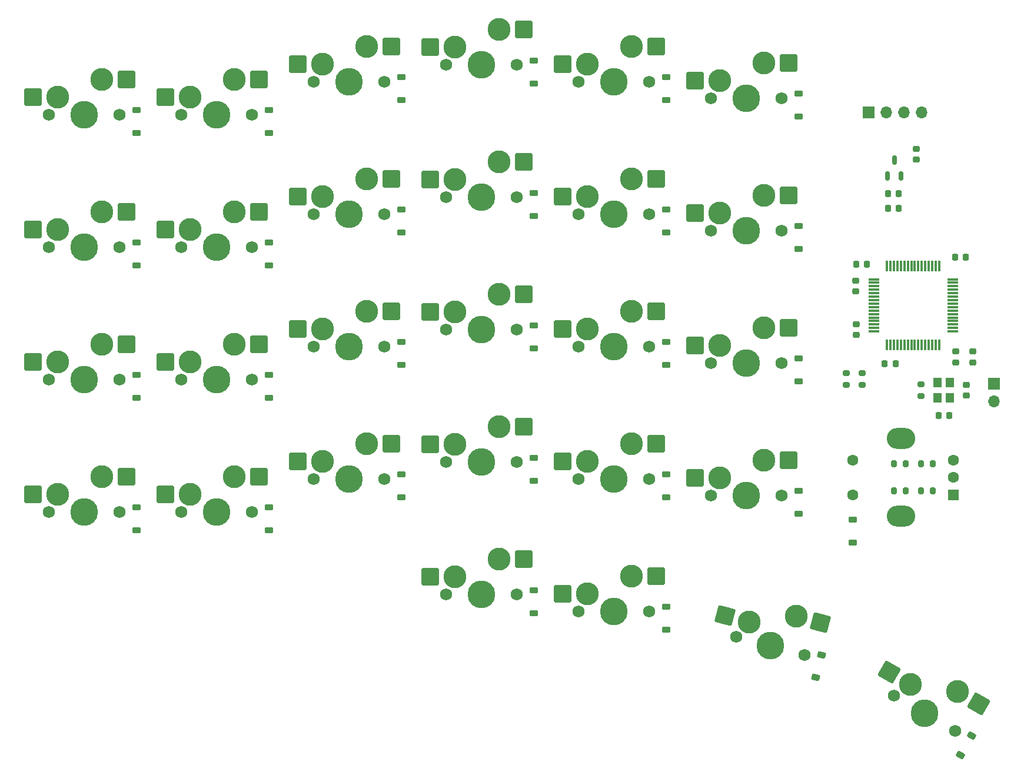
<source format=gbr>
%TF.GenerationSoftware,KiCad,Pcbnew,7.0.10*%
%TF.CreationDate,2024-04-22T22:33:16+02:00*%
%TF.ProjectId,pcb-left,7063622d-6c65-4667-942e-6b696361645f,rev?*%
%TF.SameCoordinates,Original*%
%TF.FileFunction,Soldermask,Bot*%
%TF.FilePolarity,Negative*%
%FSLAX46Y46*%
G04 Gerber Fmt 4.6, Leading zero omitted, Abs format (unit mm)*
G04 Created by KiCad (PCBNEW 7.0.10) date 2024-04-22 22:33:16*
%MOMM*%
%LPD*%
G01*
G04 APERTURE LIST*
G04 Aperture macros list*
%AMRoundRect*
0 Rectangle with rounded corners*
0 $1 Rounding radius*
0 $2 $3 $4 $5 $6 $7 $8 $9 X,Y pos of 4 corners*
0 Add a 4 corners polygon primitive as box body*
4,1,4,$2,$3,$4,$5,$6,$7,$8,$9,$2,$3,0*
0 Add four circle primitives for the rounded corners*
1,1,$1+$1,$2,$3*
1,1,$1+$1,$4,$5*
1,1,$1+$1,$6,$7*
1,1,$1+$1,$8,$9*
0 Add four rect primitives between the rounded corners*
20,1,$1+$1,$2,$3,$4,$5,0*
20,1,$1+$1,$4,$5,$6,$7,0*
20,1,$1+$1,$6,$7,$8,$9,0*
20,1,$1+$1,$8,$9,$2,$3,0*%
G04 Aperture macros list end*
%ADD10R,1.700000X1.700000*%
%ADD11O,1.700000X1.700000*%
%ADD12RoundRect,0.250000X0.550000X0.550000X-0.550000X0.550000X-0.550000X-0.550000X0.550000X-0.550000X0*%
%ADD13C,1.600000*%
%ADD14O,4.100000X3.000000*%
%ADD15RoundRect,0.225000X0.375000X-0.225000X0.375000X0.225000X-0.375000X0.225000X-0.375000X-0.225000X0*%
%ADD16C,1.750000*%
%ADD17C,3.987800*%
%ADD18C,3.300000*%
%ADD19RoundRect,0.250000X1.025000X1.000000X-1.025000X1.000000X-1.025000X-1.000000X1.025000X-1.000000X0*%
%ADD20RoundRect,0.225000X-0.225000X-0.250000X0.225000X-0.250000X0.225000X0.250000X-0.225000X0.250000X0*%
%ADD21RoundRect,0.225000X-0.250000X0.225000X-0.250000X-0.225000X0.250000X-0.225000X0.250000X0.225000X0*%
%ADD22RoundRect,0.225000X0.250000X-0.225000X0.250000X0.225000X-0.250000X0.225000X-0.250000X-0.225000X0*%
%ADD23RoundRect,0.200000X0.200000X0.275000X-0.200000X0.275000X-0.200000X-0.275000X0.200000X-0.275000X0*%
%ADD24RoundRect,0.225000X0.225000X0.250000X-0.225000X0.250000X-0.225000X-0.250000X0.225000X-0.250000X0*%
%ADD25RoundRect,0.225000X0.303988X-0.314390X0.420456X0.120276X-0.303988X0.314390X-0.420456X-0.120276X0*%
%ADD26R,1.200000X1.400000*%
%ADD27RoundRect,0.200000X-0.200000X-0.275000X0.200000X-0.275000X0.200000X0.275000X-0.200000X0.275000X0*%
%ADD28RoundRect,0.200000X0.275000X-0.200000X0.275000X0.200000X-0.275000X0.200000X-0.275000X-0.200000X0*%
%ADD29RoundRect,0.250000X1.248893X0.700636X-0.731255X1.231215X-1.248893X-0.700636X0.731255X-1.231215X0*%
%ADD30RoundRect,0.075000X0.075000X-0.700000X0.075000X0.700000X-0.075000X0.700000X-0.075000X-0.700000X0*%
%ADD31RoundRect,0.075000X0.700000X-0.075000X0.700000X0.075000X-0.700000X0.075000X-0.700000X-0.075000X0*%
%ADD32RoundRect,0.250000X1.387676X0.353525X-0.387676X1.378525X-1.387676X-0.353525X0.387676X-1.378525X0*%
%ADD33RoundRect,0.150000X0.150000X-0.512500X0.150000X0.512500X-0.150000X0.512500X-0.150000X-0.512500X0*%
%ADD34RoundRect,0.225000X0.212260X-0.382356X0.437260X0.007356X-0.212260X0.382356X-0.437260X-0.007356X0*%
%ADD35RoundRect,0.200000X-0.275000X0.200000X-0.275000X-0.200000X0.275000X-0.200000X0.275000X0.200000X0*%
G04 APERTURE END LIST*
D10*
%TO.C,J3*%
X158780000Y-43720000D03*
D11*
X161320000Y-43720000D03*
X163860000Y-43720000D03*
X166400000Y-43720000D03*
%TD*%
D12*
%TO.C,SW2*%
X170980000Y-98760000D03*
D13*
X170980000Y-93760000D03*
X170980000Y-96260000D03*
X156480000Y-98760000D03*
X156480000Y-93760000D03*
D14*
X163480000Y-101860000D03*
X163480000Y-90660000D03*
%TD*%
D10*
%TO.C,J1*%
X176780000Y-82820000D03*
D11*
X176780000Y-85360000D03*
%TD*%
D15*
%TO.C,D17*%
X129649998Y-80087500D03*
X129649998Y-76787500D03*
%TD*%
D16*
%TO.C,MX7*%
X51039998Y-63130000D03*
D17*
X45959998Y-63130000D03*
D16*
X40879998Y-63130000D03*
D18*
X42149998Y-60590000D03*
D19*
X38599998Y-60590000D03*
X52049998Y-58050000D03*
D18*
X48499998Y-58050000D03*
%TD*%
D20*
%TO.C,C2*%
X171205000Y-64620000D03*
X172755000Y-64620000D03*
%TD*%
D21*
%TO.C,C6*%
X156990000Y-74245000D03*
X156990000Y-75795000D03*
%TD*%
D15*
%TO.C,D1*%
X53449998Y-46750000D03*
X53449998Y-43450000D03*
%TD*%
D22*
%TO.C,C12*%
X172810000Y-84525000D03*
X172810000Y-82975000D03*
%TD*%
D16*
%TO.C,MX3*%
X89139998Y-39317500D03*
D17*
X84059998Y-39317500D03*
D16*
X78979998Y-39317500D03*
D18*
X80249998Y-36777500D03*
D19*
X76699998Y-36777500D03*
X90149998Y-34237500D03*
D18*
X86599998Y-34237500D03*
%TD*%
D16*
%TO.C,MX11*%
X127239998Y-58367500D03*
D17*
X122159998Y-58367500D03*
D16*
X117079998Y-58367500D03*
D18*
X118349998Y-55827500D03*
D19*
X114799998Y-55827500D03*
X128249998Y-53287500D03*
D18*
X124699998Y-53287500D03*
%TD*%
D23*
%TO.C,R8*%
X164105000Y-98220000D03*
X162455000Y-98220000D03*
%TD*%
D22*
%TO.C,C11*%
X156950000Y-69525000D03*
X156950000Y-67975000D03*
%TD*%
D24*
%TO.C,C13*%
X170380000Y-87350000D03*
X168830000Y-87350000D03*
%TD*%
D16*
%TO.C,MX1*%
X51039998Y-44080000D03*
D17*
X45959998Y-44080000D03*
D16*
X40879998Y-44080000D03*
D18*
X42149998Y-41540000D03*
D19*
X38599998Y-41540000D03*
X52049998Y-39000000D03*
D18*
X48499998Y-39000000D03*
%TD*%
D25*
%TO.C,D27*%
X151160589Y-125012604D03*
X152014691Y-121825048D03*
%TD*%
D16*
%TO.C,MX16*%
X108189998Y-75036250D03*
D17*
X103109998Y-75036250D03*
D16*
X98029998Y-75036250D03*
D18*
X99299998Y-72496250D03*
D19*
X95749998Y-72496250D03*
X109199998Y-69956250D03*
D18*
X105649998Y-69956250D03*
%TD*%
D15*
%TO.C,D3*%
X91549998Y-41987500D03*
X91549998Y-38687500D03*
%TD*%
%TO.C,D15*%
X91549998Y-80087500D03*
X91549998Y-76787500D03*
%TD*%
D16*
%TO.C,MX14*%
X70089998Y-82180000D03*
D17*
X65009998Y-82180000D03*
D16*
X59929998Y-82180000D03*
D18*
X61199998Y-79640000D03*
D19*
X57649998Y-79640000D03*
X71099998Y-77100000D03*
D18*
X67549998Y-77100000D03*
%TD*%
D21*
%TO.C,C3*%
X171280000Y-78170000D03*
X171280000Y-79720000D03*
%TD*%
D15*
%TO.C,D10*%
X110599998Y-58656250D03*
X110599998Y-55356250D03*
%TD*%
D16*
%TO.C,MX9*%
X89139998Y-58367500D03*
D17*
X84059998Y-58367500D03*
D16*
X78979998Y-58367500D03*
D18*
X80249998Y-55827500D03*
D19*
X76699998Y-55827500D03*
X90149998Y-53287500D03*
D18*
X86599998Y-53287500D03*
%TD*%
D15*
%TO.C,D22*%
X110599998Y-96756250D03*
X110599998Y-93456250D03*
%TD*%
D16*
%TO.C,MX24*%
X146289998Y-98848750D03*
D17*
X141209998Y-98848750D03*
D16*
X136129998Y-98848750D03*
D18*
X137399998Y-96308750D03*
D19*
X133849998Y-96308750D03*
X147299998Y-93768750D03*
D18*
X143749998Y-93768750D03*
%TD*%
D26*
%TO.C,Y1*%
X168730000Y-84820000D03*
X168730000Y-82620000D03*
X170430000Y-82620000D03*
X170430000Y-84820000D03*
%TD*%
D15*
%TO.C,D14*%
X72499998Y-84850000D03*
X72499998Y-81550000D03*
%TD*%
%TO.C,D20*%
X72499998Y-103900000D03*
X72499998Y-100600000D03*
%TD*%
D16*
%TO.C,MX22*%
X108189998Y-94086250D03*
D17*
X103109998Y-94086250D03*
D16*
X98029998Y-94086250D03*
D18*
X99299998Y-91546250D03*
D19*
X95749998Y-91546250D03*
X109199998Y-89006250D03*
D18*
X105649998Y-89006250D03*
%TD*%
D21*
%TO.C,C4*%
X173780000Y-78170000D03*
X173780000Y-79720000D03*
%TD*%
D16*
%TO.C,MX21*%
X89139998Y-96467500D03*
D17*
X84059998Y-96467500D03*
D16*
X78979998Y-96467500D03*
D18*
X80249998Y-93927500D03*
D19*
X76699998Y-93927500D03*
X90149998Y-91387500D03*
D18*
X86599998Y-91387500D03*
%TD*%
D27*
%TO.C,R10*%
X162455000Y-94320000D03*
X164105000Y-94320000D03*
%TD*%
D15*
%TO.C,D11*%
X129649998Y-61037500D03*
X129649998Y-57737500D03*
%TD*%
D16*
%TO.C,MX13*%
X51039998Y-82180000D03*
D17*
X45959998Y-82180000D03*
D16*
X40879998Y-82180000D03*
D18*
X42149998Y-79640000D03*
D19*
X38599998Y-79640000D03*
X52049998Y-77100000D03*
D18*
X48499998Y-77100000D03*
%TD*%
D15*
%TO.C,D5*%
X129649998Y-41987500D03*
X129649998Y-38687500D03*
%TD*%
D16*
%TO.C,MX15*%
X89139998Y-77417500D03*
D17*
X84059998Y-77417500D03*
D16*
X78979998Y-77417500D03*
D18*
X80249998Y-74877500D03*
D19*
X76699998Y-74877500D03*
X90149998Y-72337500D03*
D18*
X86599998Y-72337500D03*
%TD*%
D15*
%TO.C,D12*%
X148699998Y-63418750D03*
X148699998Y-60118750D03*
%TD*%
D16*
%TO.C,MX19*%
X51039998Y-101230000D03*
D17*
X45959998Y-101230000D03*
D16*
X40879998Y-101230000D03*
D18*
X42149998Y-98690000D03*
D19*
X38599998Y-98690000D03*
X52049998Y-96150000D03*
D18*
X48499998Y-96150000D03*
%TD*%
D15*
%TO.C,D9*%
X91549998Y-61037500D03*
X91549998Y-57737500D03*
%TD*%
D16*
%TO.C,MX17*%
X127239998Y-77417500D03*
D17*
X122159998Y-77417500D03*
D16*
X117079998Y-77417500D03*
D18*
X118349998Y-74877500D03*
D19*
X114799998Y-74877500D03*
X128249998Y-72337500D03*
D18*
X124699998Y-72337500D03*
%TD*%
D20*
%TO.C,C9*%
X161580000Y-57520000D03*
X163130000Y-57520000D03*
%TD*%
D22*
%TO.C,C8*%
X165680000Y-50570000D03*
X165680000Y-49020000D03*
%TD*%
D28*
%TO.C,R12*%
X166310000Y-84555000D03*
X166310000Y-82905000D03*
%TD*%
D15*
%TO.C,D18*%
X148699998Y-82468750D03*
X148699998Y-79168750D03*
%TD*%
D16*
%TO.C,MX4*%
X108189998Y-36936250D03*
D17*
X103109998Y-36936250D03*
D16*
X98029998Y-36936250D03*
D18*
X99299998Y-34396250D03*
D19*
X95749998Y-34396250D03*
X109199998Y-31856250D03*
D18*
X105649998Y-31856250D03*
%TD*%
D15*
%TO.C,D29*%
X156500000Y-105675000D03*
X156500000Y-102375000D03*
%TD*%
%TO.C,D7*%
X53449998Y-65800000D03*
X53449998Y-62500000D03*
%TD*%
D16*
%TO.C,MX20*%
X70089998Y-101230000D03*
D17*
X65009998Y-101230000D03*
D16*
X59929998Y-101230000D03*
D18*
X61199998Y-98690000D03*
D19*
X57649998Y-98690000D03*
X71099998Y-96150000D03*
D18*
X67549998Y-96150000D03*
%TD*%
D15*
%TO.C,D25*%
X110599998Y-115806250D03*
X110599998Y-112506250D03*
%TD*%
D16*
%TO.C,MX27*%
X149523754Y-121809828D03*
D17*
X144616851Y-120495027D03*
D16*
X139709948Y-119180226D03*
D18*
X141594074Y-117055475D03*
D29*
X138165037Y-116136667D03*
X151814140Y-117164332D03*
D18*
X148385103Y-116245524D03*
%TD*%
D16*
%TO.C,MX10*%
X108189998Y-55986250D03*
D17*
X103109998Y-55986250D03*
D16*
X98029998Y-55986250D03*
D18*
X99299998Y-53446250D03*
D19*
X95749998Y-53446250D03*
X109199998Y-50906250D03*
D18*
X105649998Y-50906250D03*
%TD*%
D15*
%TO.C,D16*%
X110599998Y-77706250D03*
X110599998Y-74406250D03*
%TD*%
D30*
%TO.C,U2*%
X168930000Y-77195000D03*
X168430000Y-77195000D03*
X167930000Y-77195000D03*
X167430000Y-77195000D03*
X166930000Y-77195000D03*
X166430000Y-77195000D03*
X165930000Y-77195000D03*
X165430000Y-77195000D03*
X164930000Y-77195000D03*
X164430000Y-77195000D03*
X163930000Y-77195000D03*
X163430000Y-77195000D03*
X162930000Y-77195000D03*
X162430000Y-77195000D03*
X161930000Y-77195000D03*
X161430000Y-77195000D03*
D31*
X159505000Y-75270000D03*
X159505000Y-74770000D03*
X159505000Y-74270000D03*
X159505000Y-73770000D03*
X159505000Y-73270000D03*
X159505000Y-72770000D03*
X159505000Y-72270000D03*
X159505000Y-71770000D03*
X159505000Y-71270000D03*
X159505000Y-70770000D03*
X159505000Y-70270000D03*
X159505000Y-69770000D03*
X159505000Y-69270000D03*
X159505000Y-68770000D03*
X159505000Y-68270000D03*
X159505000Y-67770000D03*
D30*
X161430000Y-65845000D03*
X161930000Y-65845000D03*
X162430000Y-65845000D03*
X162930000Y-65845000D03*
X163430000Y-65845000D03*
X163930000Y-65845000D03*
X164430000Y-65845000D03*
X164930000Y-65845000D03*
X165430000Y-65845000D03*
X165930000Y-65845000D03*
X166430000Y-65845000D03*
X166930000Y-65845000D03*
X167430000Y-65845000D03*
X167930000Y-65845000D03*
X168430000Y-65845000D03*
X168930000Y-65845000D03*
D31*
X170855000Y-67770000D03*
X170855000Y-68270000D03*
X170855000Y-68770000D03*
X170855000Y-69270000D03*
X170855000Y-69770000D03*
X170855000Y-70270000D03*
X170855000Y-70770000D03*
X170855000Y-71270000D03*
X170855000Y-71770000D03*
X170855000Y-72270000D03*
X170855000Y-72770000D03*
X170855000Y-73270000D03*
X170855000Y-73770000D03*
X170855000Y-74270000D03*
X170855000Y-74770000D03*
X170855000Y-75270000D03*
%TD*%
D16*
%TO.C,MX26*%
X127239998Y-115517500D03*
D17*
X122159998Y-115517500D03*
D16*
X117079998Y-115517500D03*
D18*
X118349998Y-112977500D03*
D19*
X114799998Y-112977500D03*
X128249998Y-110437500D03*
D18*
X124699998Y-110437500D03*
%TD*%
D15*
%TO.C,D4*%
X110599998Y-39606250D03*
X110599998Y-36306250D03*
%TD*%
D27*
%TO.C,R11*%
X166355000Y-94320000D03*
X168005000Y-94320000D03*
%TD*%
D16*
%TO.C,MX18*%
X146289998Y-79798750D03*
D17*
X141209998Y-79798750D03*
D16*
X136129998Y-79798750D03*
D18*
X137399998Y-77258750D03*
D19*
X133849998Y-77258750D03*
X147299998Y-74718750D03*
D18*
X143749998Y-74718750D03*
%TD*%
D23*
%TO.C,R9*%
X168005000Y-98220000D03*
X166355000Y-98220000D03*
%TD*%
D16*
%TO.C,MX12*%
X146289998Y-60748750D03*
D17*
X141209998Y-60748750D03*
D16*
X136129998Y-60748750D03*
D18*
X137399998Y-58208750D03*
D19*
X133849998Y-58208750D03*
X147299998Y-55668750D03*
D18*
X143749998Y-55668750D03*
%TD*%
D20*
%TO.C,C1*%
X161580000Y-55420000D03*
X163130000Y-55420000D03*
%TD*%
%TO.C,C7*%
X161105000Y-79920000D03*
X162655000Y-79920000D03*
%TD*%
D16*
%TO.C,MX28*%
X171221544Y-132726605D03*
D17*
X166822135Y-130186605D03*
D16*
X162422726Y-127646605D03*
D18*
X164792578Y-126081900D03*
D32*
X161718188Y-124306900D03*
X174636230Y-128832196D03*
D18*
X171561840Y-127057196D03*
%TD*%
D24*
%TO.C,C5*%
X158555000Y-65620000D03*
X157005000Y-65620000D03*
%TD*%
D15*
%TO.C,D26*%
X129649998Y-118187500D03*
X129649998Y-114887500D03*
%TD*%
D16*
%TO.C,MX25*%
X108189998Y-113136250D03*
D17*
X103109998Y-113136250D03*
D16*
X98029998Y-113136250D03*
D18*
X99299998Y-110596250D03*
D19*
X95749998Y-110596250D03*
X109199998Y-108056250D03*
D18*
X105649998Y-108056250D03*
%TD*%
D15*
%TO.C,D21*%
X91549998Y-99137500D03*
X91549998Y-95837500D03*
%TD*%
D16*
%TO.C,MX6*%
X146289998Y-41698750D03*
D17*
X141209998Y-41698750D03*
D16*
X136129998Y-41698750D03*
D18*
X137399998Y-39158750D03*
D19*
X133849998Y-39158750D03*
X147299998Y-36618750D03*
D18*
X143749998Y-36618750D03*
%TD*%
D33*
%TO.C,U1*%
X163430000Y-52877500D03*
X161530000Y-52877500D03*
X162480000Y-50602500D03*
%TD*%
D15*
%TO.C,D23*%
X129649998Y-99137500D03*
X129649998Y-95837500D03*
%TD*%
%TO.C,D8*%
X72499998Y-65800000D03*
X72499998Y-62500000D03*
%TD*%
D16*
%TO.C,MX23*%
X127239998Y-96467500D03*
D17*
X122159998Y-96467500D03*
D16*
X117079998Y-96467500D03*
D18*
X118349998Y-93927500D03*
D19*
X114799998Y-93927500D03*
X128249998Y-91387500D03*
D18*
X124699998Y-91387500D03*
%TD*%
D34*
%TO.C,D28*%
X171973665Y-136243893D03*
X173623665Y-133386009D03*
%TD*%
D16*
%TO.C,MX8*%
X70089998Y-63130000D03*
D17*
X65009998Y-63130000D03*
D16*
X59929998Y-63130000D03*
D18*
X61199998Y-60590000D03*
D19*
X57649998Y-60590000D03*
X71099998Y-58050000D03*
D18*
X67549998Y-58050000D03*
%TD*%
D35*
%TO.C,R7*%
X157880000Y-81295000D03*
X157880000Y-82945000D03*
%TD*%
D15*
%TO.C,D19*%
X53449998Y-103900000D03*
X53449998Y-100600000D03*
%TD*%
%TO.C,D13*%
X53449998Y-84850000D03*
X53449998Y-81550000D03*
%TD*%
D16*
%TO.C,MX2*%
X70089998Y-44080000D03*
D17*
X65009998Y-44080000D03*
D16*
X59929998Y-44080000D03*
D18*
X61199998Y-41540000D03*
D19*
X57649998Y-41540000D03*
X71099998Y-39000000D03*
D18*
X67549998Y-39000000D03*
%TD*%
D15*
%TO.C,D2*%
X72499998Y-46750000D03*
X72499998Y-43450000D03*
%TD*%
%TO.C,D6*%
X148699998Y-44368750D03*
X148699998Y-41068750D03*
%TD*%
D16*
%TO.C,MX5*%
X127239998Y-39317500D03*
D17*
X122159998Y-39317500D03*
D16*
X117079998Y-39317500D03*
D18*
X118349998Y-36777500D03*
D19*
X114799998Y-36777500D03*
X128249998Y-34237500D03*
D18*
X124699998Y-34237500D03*
%TD*%
D15*
%TO.C,D24*%
X148699998Y-101518750D03*
X148699998Y-98218750D03*
%TD*%
D28*
%TO.C,R13*%
X155580000Y-82945000D03*
X155580000Y-81295000D03*
%TD*%
M02*

</source>
